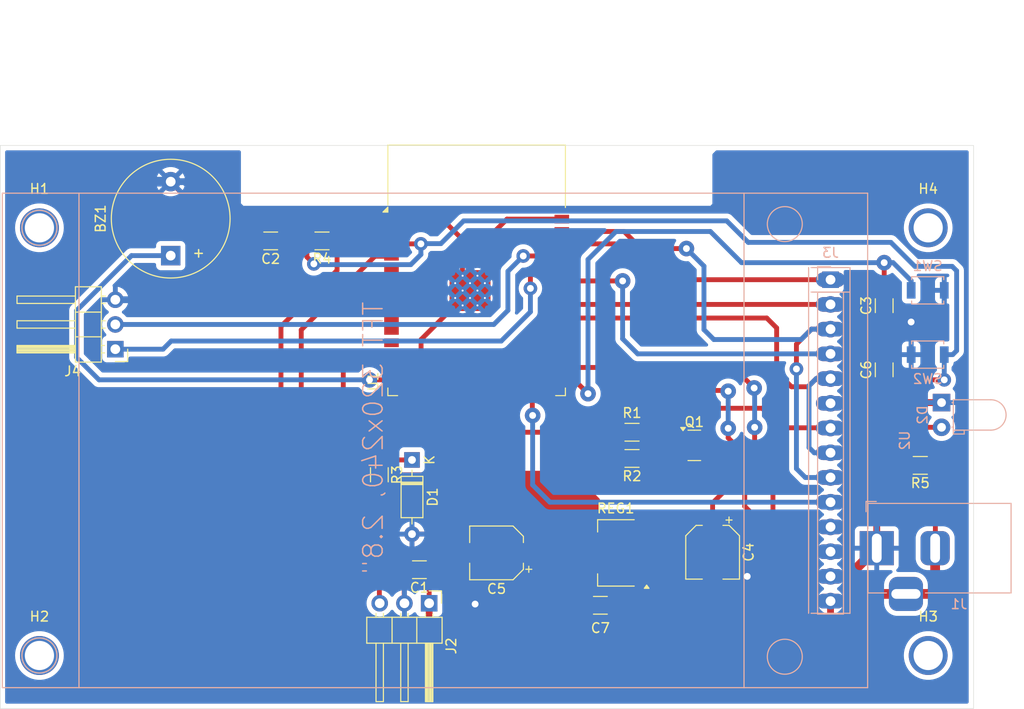
<source format=kicad_pcb>
(kicad_pcb (version 20240108) (generator "pcbnew") (generator_version "8.0")
  (layers (0 "F.Cu" signal) (31 "B.Cu" signal) (34 "B.Paste" user) (35 "F.Paste" user) (36 "B.SilkS" user "B.Silkscreen") (37 "F.SilkS" user "F.Silkscreen") (38 "B.Mask" user) (39 "F.Mask" user) (44 "Edge.Cuts" user))
  (net 0 "")
  (net 1 "/GPIO_12")
  (net 2 "GND")
  (net 3 "+5V")
  (net 4 "/GPIO_36")
  (net 5 "/GPIO_18")
  (net 6 "/GPIO_19")
  (net 7 "/GPIO_5")
  (net 8 "/GPIO_23")
  (net 9 "/GPIO_22")
  (net 10 "/GPIO_2")
  (net 11 "/GPIO_21")
  (net 12 "/GPIO_4")
  (net 13 "Net-(J2-Pin_3)")
  (net 14 "Net-(Q1-B)")
  (net 32 "/GPIO_0")
  (net 33 "+3.3V")
  (net 34 "/EN")
  (net 35 "Net-(D2-A)")
  (net 36 "Net-(J3-Pin_7)")
  (net 37 "/GPIO_27")
  (net 43 "/Tx")
  (net 48 "/Rx")
  (net 56 "Net-(Q1-E)")
  (footprint "MountingHole:MountingHole_3mm" (layer "F.Cu") (at 167.386 85.979)
    (property "Reference" "H3" (at 0 -4 0) (layer "F.SilkS"))
    (property "Value" "h3")
    (pad "" thru_hole circle (at 0 0) (size 4 4) (drill 3) (layers "*.Cu" "*.Mask"))
  )
  (footprint "Resistor_SMD:R_1206_3216Metric_Pad1.30x1.75mm_HandSolder" (layer "F.Cu") (at 166.5732 66.4464 180)
    (property "Reference" "R5" (at 0 -1.82 0) (layer "F.SilkS"))
    (property "Value" "2k")
    (pad "1" smd roundrect (at -1.55 0 180) (size 1.3 1.75) (layers "F.Cu" "F.Paste" "F.Mask") (roundrect_rratio 0.192308) (net 3 "+5V"))
    (pad "2" smd roundrect (at 1.55 0 180) (size 1.3 1.75) (layers "F.Cu" "F.Paste" "F.Mask") (roundrect_rratio 0.192308) (net 35 "Net-(D2-A)"))
  )
  (footprint "Resistor_SMD:R_1206_3216Metric_Pad1.30x1.75mm_HandSolder" (layer "F.Cu") (at 105.1052 43.3832 180)
    (property "Reference" "R4" (at 0 -1.82 0) (layer "F.SilkS"))
    (property "Value" "10k")
    (pad "1" smd roundrect (at -1.55 0 180) (size 1.3 1.75) (layers "F.Cu" "F.Paste" "F.Mask") (roundrect_rratio 0.192308) (net 33 "+3.3V"))
    (pad "2" smd roundrect (at 1.55 0 180) (size 1.3 1.75) (layers "F.Cu" "F.Paste" "F.Mask") (roundrect_rratio 0.192308) (net 34 "/EN"))
  )
  (footprint "MountingHole:MountingHole_3mm" (layer "F.Cu") (at 76.073 42.037)
    (property "Reference" "H1" (at 0 -4 0) (layer "F.SilkS"))
    (property "Value" "h1")
    (pad "" thru_hole circle (at 0 0) (size 4 4) (drill 3) (layers "*.Cu" "*.Mask"))
  )
  (footprint "Capacitor_SMD:CP_Elec_5x4.4" (layer "F.Cu") (at 123.0376 75.438 180)
    (property "Reference" "C5" (at 0 -3.7 0) (layer "F.SilkS"))
    (property "Value" "22u")
    (pad "1" smd roundrect (at -2.2 0 180) (size 3 1.6) (layers "F.Cu" "F.Paste" "F.Mask") (roundrect_rratio 0.15625) (net 33 "+3.3V"))
    (pad "2" smd roundrect (at 2.2 0 180) (size 3 1.6) (layers "F.Cu" "F.Paste" "F.Mask") (roundrect_rratio 0.15625) (net 2 "GND"))
  )
  (footprint "RF_Module:ESP32-WROOM-32" (layer "F.Cu") (at 120.9932 49.398)
    (property "Reference" "U1" (at -10.61 8.43 90) (layer "F.SilkS"))
    (property "Value" "ESP32-WROOM-32")
    (pad "1" smd rect (at -8.75 -8.25) (size 1.5 0.9) (layers "F.Cu" "F.Paste" "F.Mask") (net 2 "GND"))
    (pad "2" smd rect (at -8.75 -6.98) (size 1.5 0.9) (layers "F.Cu" "F.Paste" "F.Mask") (net 33 "+3.3V"))
    (pad "3" smd rect (at -8.75 -5.71) (size 1.5 0.9) (layers "F.Cu" "F.Paste" "F.Mask") (net 34 "/EN"))
    (pad "4" smd rect (at -8.75 -4.44) (size 1.5 0.9) (layers "F.Cu" "F.Paste" "F.Mask") (net 4 "/GPIO_36"))
    (pad "5" smd rect (at -8.75 -3.17) (size 1.5 0.9) (layers "F.Cu" "F.Paste" "F.Mask"))
    (pad "6" smd rect (at -8.75 -1.9) (size 1.5 0.9) (layers "F.Cu" "F.Paste" "F.Mask"))
    (pad "7" smd rect (at -8.75 -0.63) (size 1.5 0.9) (layers "F.Cu" "F.Paste" "F.Mask"))
    (pad "8" smd rect (at -8.75 0.64) (size 1.5 0.9) (layers "F.Cu" "F.Paste" "F.Mask"))
    (pad "9" smd rect (at -8.75 1.91) (size 1.5 0.9) (layers "F.Cu" "F.Paste" "F.Mask"))
    (pad "10" smd rect (at -8.75 3.18) (size 1.5 0.9) (layers "F.Cu" "F.Paste" "F.Mask"))
    (pad "11" smd rect (at -8.75 4.45) (size 1.5 0.9) (layers "F.Cu" "F.Paste" "F.Mask"))
    (pad "12" smd rect (at -8.75 5.72) (size 1.5 0.9) (layers "F.Cu" "F.Paste" "F.Mask") (net 37 "/GPIO_27"))
    (pad "13" smd rect (at -8.75 6.99) (size 1.5 0.9) (layers "F.Cu" "F.Paste" "F.Mask"))
    (pad "14" smd rect (at -8.75 8.26) (size 1.5 0.9) (layers "F.Cu" "F.Paste" "F.Mask") (net 1 "/GPIO_12"))
    (pad "15" smd rect (at -5.71 9.51 90) (size 1.5 0.9) (layers "F.Cu" "F.Paste" "F.Mask") (net 2 "GND"))
    (pad "16" smd rect (at -4.44 9.51 90) (size 1.5 0.9) (layers "F.Cu" "F.Paste" "F.Mask"))
    (pad "17" smd rect (at -3.17 9.51 90) (size 1.5 0.9) (layers "F.Cu" "F.Paste" "F.Mask"))
    (pad "18" smd rect (at -1.9 9.51 90) (size 1.5 0.9) (layers "F.Cu" "F.Paste" "F.Mask"))
    (pad "19" smd rect (at -0.63 9.51 90) (size 1.5 0.9) (layers "F.Cu" "F.Paste" "F.Mask"))
    (pad "20" smd rect (at 0.64 9.51 90) (size 1.5 0.9) (layers "F.Cu" "F.Paste" "F.Mask"))
    (pad "21" smd rect (at 1.91 9.51 90) (size 1.5 0.9) (layers "F.Cu" "F.Paste" "F.Mask"))
    (pad "22" smd rect (at 3.18 9.51 90) (size 1.5 0.9) (layers "F.Cu" "F.Paste" "F.Mask"))
    (pad "23" smd rect (at 4.45 9.51 90) (size 1.5 0.9) (layers "F.Cu" "F.Paste" "F.Mask"))
    (pad "24" smd rect (at 5.72 9.51 90) (size 1.5 0.9) (layers "F.Cu" "F.Paste" "F.Mask") (net 10 "/GPIO_2"))
    (pad "25" smd rect (at 8.75 8.26) (size 1.5 0.9) (layers "F.Cu" "F.Paste" "F.Mask") (net 32 "/GPIO_0"))
    (pad "26" smd rect (at 8.75 6.99) (size 1.5 0.9) (layers "F.Cu" "F.Paste" "F.Mask") (net 12 "/GPIO_4"))
    (pad "27" smd rect (at 8.75 5.72) (size 1.5 0.9) (layers "F.Cu" "F.Paste" "F.Mask"))
    (pad "28" smd rect (at 8.75 4.45) (size 1.5 0.9) (layers "F.Cu" "F.Paste" "F.Mask"))
    (pad "29" smd rect (at 8.75 3.18) (size 1.5 0.9) (layers "F.Cu" "F.Paste" "F.Mask") (net 7 "/GPIO_5"))
    (pad "30" smd rect (at 8.75 1.91) (size 1.5 0.9) (layers "F.Cu" "F.Paste" "F.Mask") (net 5 "/GPIO_18"))
    (pad "31" smd rect (at 8.75 0.64) (size 1.5 0.9) (layers "F.Cu" "F.Paste" "F.Mask") (net 6 "/GPIO_19"))
    (pad "32" smd rect (at 8.75 -0.63) (size 1.5 0.9) (layers "F.Cu" "F.Paste" "F.Mask"))
    (pad "33" smd rect (at 8.75 -1.9) (size 1.5 0.9) (layers "F.Cu" "F.Paste" "F.Mask") (net 11 "/GPIO_21"))
    (pad "34" smd rect (at 8.75 -3.17) (size 1.5 0.9) (layers "F.Cu" "F.Paste" "F.Mask") (net 48 "/Rx"))
    (pad "35" smd rect (at 8.75 -4.44) (size 1.5 0.9) (layers "F.Cu" "F.Paste" "F.Mask") (net 43 "/Tx"))
    (pad "36" smd rect (at 8.75 -5.71) (size 1.5 0.9) (layers "F.Cu" "F.Paste" "F.Mask") (net 9 "/GPIO_22"))
    (pad "37" smd rect (at 8.75 -6.98) (size 1.5 0.9) (layers "F.Cu" "F.Paste" "F.Mask") (net 8 "/GPIO_23"))
    (pad "38" smd rect (at 8.75 -8.25) (size 1.5 0.9) (layers "F.Cu" "F.Paste" "F.Mask") (net 2 "GND"))
    (pad "39" smd rect (at -2.205 -2.435) (size 1.05 1.05) (layers "F.Cu" "F.Paste") (net 2 "GND"))
    (pad "39" thru_hole circle (at -2.205 -1.6725) (size 0.6 0.6) (drill 0.2) (property pad_prop_heatsink) (layers "*.Cu" "F.Mask") (net 2 "GND"))
    (pad "39" smd rect (at -2.205 -0.91) (size 1.05 1.05) (layers "F.Cu" "F.Paste") (net 2 "GND"))
    (pad "39" thru_hole circle (at -2.205 -0.1475) (size 0.6 0.6) (drill 0.2) (property pad_prop_heatsink) (layers "*.Cu" "F.Mask") (net 2 "GND"))
    (pad "39" smd rect (at -2.205 0.615) (size 1.05 1.05) (layers "F.Cu" "F.Paste") (net 2 "GND"))
    (pad "39" thru_hole circle (at -1.4425 -2.435) (size 0.6 0.6) (drill 0.2) (property pad_prop_heatsink) (layers "*.Cu" "F.Mask") (net 2 "GND"))
    (pad "39" thru_hole circle (at -1.4425 -0.91) (size 0.6 0.6) (drill 0.2) (property pad_prop_heatsink) (layers "*.Cu" "F.Mask") (net 2 "GND"))
    (pad "39" thru_hole circle (at -1.4425 0.615) (size 0.6 0.6) (drill 0.2) (property pad_prop_heatsink) (layers "*.Cu" "F.Mask") (net 2 "GND"))
    (pad "39" smd rect (at -0.68 -2.435) (size 1.05 1.05) (layers "F.Cu" "F.Paste") (net 2 "GND"))
    (pad "39" thru_hole circle (at -0.68 -1.6725) (size 0.6 0.6) (drill 0.2) (property pad_prop_heatsink) (layers "*.Cu" "F.Mask") (net 2 "GND"))
    (pad "39" smd rect (at -0.68 -0.91) (size 1.05 1.05) (layers "F.Cu" "F.Paste") (net 2 "GND"))
    (pad "39" smd rect (at -0.68 -0.91) (size 4.2 4.2) (layers "F.Cu" "F.Mask") (net 2 "GND"))
    (pad "39" thru_hole circle (at -0.68 -0.1475) (size 0.6 0.6) (drill 0.2) (property pad_prop_heatsink) (layers "*.Cu" "F.Mask") (net 2 "GND"))
    (pad "39" smd rect (at -0.68 0.615) (size 1.05 1.05) (layers "F.Cu" "F.Paste") (net 2 "GND"))
    (pad "39" thru_hole circle (at 0.0825 -2.435) (size 0.6 0.6) (drill 0.2) (property pad_prop_heatsink) (layers "*.Cu" "F.Mask") (net 2 "GND"))
    (pad "39" thru_hole circle (at 0.0825 -0.91) (size 0.6 0.6) (drill 0.2) (property pad_prop_heatsink) (layers "*.Cu" "F.Mask") (net 2 "GND"))
    (pad "39" thru_hole circle (at 0.0825 0.615) (size 0.6 0.6) (drill 0.2) (property pad_prop_heatsink) (layers "*.Cu" "F.Mask") (net 2 "GND"))
    (pad "39" smd rect (at 0.845 -2.435) (size 1.05 1.05) (layers "F.Cu" "F.Paste") (net 2 "GND"))
    (pad "39" thru_hole circle (at 0.845 -1.6725) (size 0.6 0.6) (drill 0.2) (property pad_prop_heatsink) (layers "*.Cu" "F.Mask") (net 2 "GND"))
    (pad "39" smd rect (at 0.845 -0.91) (size 1.05 1.05) (layers "F.Cu" "F.Paste") (net 2 "GND"))
    (pad "39" thru_hole circle (at 0.845 -0.1475) (size 0.6 0.6) (drill 0.2) (property pad_prop_heatsink) (layers "*.Cu" "F.Mask") (net 2 "GND"))
    (pad "39" smd rect (at 0.845 0.615) (size 1.05 1.05) (layers "F.Cu" "F.Paste") (net 2 "GND"))
    (zone (net 0) (net_name "") (layers "F.Cu" "In1.Cu" "B.Cu") (connect_pads (clearance 0)) (min_thickness 0.254)
      (keepout (tracks not_allowed) (vias not_allowed) (pads not_allowed) (copperpour not_allowed) (footprints not_allowed))
      (fill (thermal_gap 0.508) (thermal_bridge_width 0.508))
      (polygon (pts (xy 96.9932 39.598) (xy 144.9932 39.598) (xy 144.9932 18.658) (xy 96.9932 18.658)))
    )
  )
  (footprint "MountingHole:MountingHole_3mm" (layer "F.Cu") (at 167.386 42.037)
    (property "Reference" "H4" (at 0 -4 0) (layer "F.SilkS"))
    (property "Value" "h4")
    (pad "" thru_hole circle (at 0 0) (size 4 4) (drill 3) (layers "*.Cu" "*.Mask"))
  )
  (footprint "Diode_THT:D_DO-35_SOD27_P7.62mm_Horizontal" (layer "F.Cu") (at 114.3508 65.8876 -90)
    (property "Reference" "D1" (at 3.81 -2.12 90) (layer "F.SilkS"))
    (property "Value" "3.3V")
    (fp_text user "K" (at 0 -1.8 90) (layer "F.SilkS"))
    (pad "1" thru_hole rect (at 0 0 270) (size 1.6 1.6) (drill 0.8) (layers "*.Cu" "*.Mask") (net 4 "/GPIO_36"))
    (pad "2" thru_hole oval (at 7.62 0 270) (size 1.6 1.6) (drill 0.8) (layers "*.Cu" "*.Mask") (net 2 "GND"))
  )
  (footprint "Buzzer_Beeper:Buzzer_12x9.5RM7.6" (layer "F.Cu") (at 89.5604 44.8972 90)
    (property "Reference" "BZ1" (at 3.8 -7.2 90) (layer "F.SilkS"))
    (property "Value" "Buzzer")
    (fp_text user "+" (at 0.234 2.794 90) (layer "F.SilkS"))
    (pad "1" thru_hole rect (at 0 0 90) (size 2 2) (drill 1) (layers "*.Cu" "*.Mask") (net 1 "/GPIO_12"))
    (pad "2" thru_hole circle (at 7.6 0 90) (size 2 2) (drill 1) (layers "*.Cu" "*.Mask") (net 2 "GND"))
  )
  (footprint "MountingHole:MountingHole_3mm" (layer "F.Cu") (at 76.073 85.979)
    (property "Reference" "H2" (at 0 -4 0) (layer "F.SilkS"))
    (property "Value" "h2")
    (pad "" thru_hole circle (at 0 0) (size 4 4) (drill 3) (layers "*.Cu" "*.Mask"))
  )
  (footprint "Capacitor_SMD:C_1206_3216Metric_Pad1.33x1.80mm_HandSolder" (layer "F.Cu") (at 162.8648 56.6297 90)
    (property "Reference" "C6" (at 0 -1.85 90) (layer "F.SilkS"))
    (property "Value" "100n")
    (pad "1" smd roundrect (at -1.5625 0 90) (size 1.325 1.8) (layers "F.Cu" "F.Paste" "F.Mask") (roundrect_rratio 0.188679) (net 2 "GND"))
    (pad "2" smd roundrect (at 1.5625 0 90) (size 1.325 1.8) (layers "F.Cu" "F.Paste" "F.Mask") (roundrect_rratio 0.188679) (net 34 "/EN"))
  )
  (footprint "Package_TO_SOT_SMD:SOT-223-3_TabPin2" (layer "F.Cu") (at 135.3312 75.438 180)
    (property "Reference" "REG1" (at 0.0508 4.572 0) (layer "F.SilkS"))
    (property "Value" "AMS1117-3.3")
    (pad "1" smd roundrect (at -3.15 -2.3 180) (size 2 1.5) (layers "F.Cu" "F.Paste" "F.Mask") (net 2 "GND"))
    (pad "2" smd roundrect (at -3.15 0 180) (size 2 1.5) (layers "F.Cu" "F.Paste" "F.Mask") (net 33 "+3.3V"))
    (pad "2" smd roundrect (at 3.15 0 180) (size 2 3.8) (layers "F.Cu" "F.Paste" "F.Mask") (net 33 "+3.3V"))
    (pad "3" smd roundrect (at -3.15 2.3 180) (size 2 1.5) (layers "F.Cu" "F.Paste" "F.Mask") (net 3 "+5V"))
  )
  (footprint "Resistor_SMD:R_1206_3216Metric_Pad1.30x1.75mm_HandSolder" (layer "F.Cu") (at 136.9568 63.0428 180)
    (property "Reference" "R1" (at 0 1.9812 0) (layer "F.SilkS"))
    (property "Value" "10k")
    (pad "1" smd roundrect (at -1.55 0 180) (size 1.3 1.75) (layers "F.Cu" "F.Paste" "F.Mask") (roundrect_rratio 0.192308) (net 14 "Net-(Q1-B)"))
    (pad "2" smd roundrect (at 1.55 0 180) (size 1.3 1.75) (layers "F.Cu" "F.Paste" "F.Mask") (roundrect_rratio 0.192308) (net 37 "/GPIO_27"))
  )
  (footprint "Resistor_SMD:R_1206_3216Metric_Pad1.30x1.75mm_HandSolder" (layer "F.Cu") (at 136.9568 65.7352 180)
    (property "Reference" "R2" (at 0 -1.82 0) (layer "F.SilkS"))
    (property "Value" "47")
    (pad "1" smd roundrect (at -1.55 0 180) (size 1.3 1.75) (layers "F.Cu" "F.Paste" "F.Mask") (roundrect_rratio 0.192308) (net 56 "Net-(Q1-E)"))
    (pad "2" smd roundrect (at 1.55 0 180) (size 1.3 1.75) (layers "F.Cu" "F.Paste" "F.Mask") (roundrect_rratio 0.192308) (net 36 "Net-(J3-Pin_7)"))
  )
  (footprint "Resistor_SMD:R_1206_3216Metric_Pad1.30x1.75mm_HandSolder" (layer "F.Cu") (at 110.998 67.4116 -90)
    (property "Reference" "R3" (at 0 -1.82 -90) (layer "F.SilkS"))
    (property "Value" "1k2")
    (pad "1" smd roundrect (at -1.55 0 270) (size 1.3 1.75) (layers "F.Cu" "F.Paste" "F.Mask") (roundrect_rratio 0.192308) (net 4 "/GPIO_36"))
    (pad "2" smd roundrect (at 1.55 0 270) (size 1.3 1.75) (layers "F.Cu" "F.Paste" "F.Mask") (roundrect_rratio 0.192308) (net 13 "Net-(J2-Pin_3)"))
  )
  (footprint "Capacitor_SMD:C_1206_3216Metric_Pad1.33x1.80mm_HandSolder" (layer "F.Cu") (at 115.1128 77.1652 180)
    (property "Reference" "C1" (at 0 -1.85 0) (layer "F.SilkS"))
    (property "Value" "100nF")
    (pad "1" smd roundrect (at -1.5625 0 180) (size 1.325 1.8) (layers "F.Cu" "F.Paste" "F.Mask") (roundrect_rratio 0.188679) (net 3 "+5V"))
    (pad "2" smd roundrect (at 1.5625 0 180) (size 1.325 1.8) (layers "F.Cu" "F.Paste" "F.Mask") (roundrect_rratio 0.188679) (net 2 "GND"))
  )
  (footprint "Connector_PinHeader_2.54mm:PinHeader_1x03_P2.54mm_Horizontal" (layer "F.Cu") (at 83.8708 54.5084 180)
    (property "Reference" "J4" (at 4.385 -2.27 360) (layer "F.SilkS"))
    (property "Value" "Prog")
    (pad "1" thru_hole rect (at 0 0 180) (size 1.7 1.7) (drill 1) (layers "*.Cu" "*.Mask") (net 48 "/Rx"))
    (pad "2" thru_hole oval (at 0 2.54 180) (size 1.7 1.7) (drill 1) (layers "*.Cu" "*.Mask") (net 43 "/Tx"))
    (pad "3" thru_hole oval (at 0 5.08 180) (size 1.7 1.7) (drill 1) (layers "*.Cu" "*.Mask") (net 2 "GND"))
  )
  (footprint "Capacitor_SMD:C_1206_3216Metric_Pad1.33x1.80mm_HandSolder" (layer "F.Cu") (at 99.8343 43.3832 180)
    (property "Reference" "C2" (at 0 -1.85 0) (layer "F.SilkS"))
    (property "Value" "100n")
    (pad "1" smd roundrect (at -1.5625 0 180) (size 1.325 1.8) (layers "F.Cu" "F.Paste" "F.Mask") (roundrect_rratio 0.188679) (net 34 "/EN"))
    (pad "2" smd roundrect (at 1.5625 0 180) (size 1.325 1.8) (layers "F.Cu" "F.Paste" "F.Mask") (roundrect_rratio 0.188679) (net 2 "GND"))
  )
  (footprint "Capacitor_SMD:C_1206_3216Metric_Pad1.33x1.80mm_HandSolder" (layer "F.Cu") (at 162.8648 50.038 90)
    (property "Reference" "C3" (at 0 -1.85 90) (layer "F.SilkS"))
    (property "Value" "100n")
    (pad "1" smd roundrect (at -1.5625 0 90) (size 1.325 1.8) (layers "F.Cu" "F.Paste" "F.Mask") (roundrect_rratio 0.188679) (net 2 "GND"))
    (pad "2" smd roundrect (at 1.5625 0 90) (size 1.325 1.8) (layers "F.Cu" "F.Paste" "F.Mask") (roundrect_rratio 0.188679) (net 32 "/GPIO_0"))
  )
  (footprint "Capacitor_SMD:C_1206_3216Metric_Pad1.33x1.80mm_HandSolder" (layer "F.Cu") (at 133.7056 80.8228)
    (property "Reference" "C7" (at 0 2.3368 0) (layer "F.SilkS"))
    (property "Value" "100n")
    (pad "1" smd roundrect (at -1.5625 0) (size 1.325 1.8) (layers "F.Cu" "F.Paste" "F.Mask") (roundrect_rratio 0.188679) (net 33 "+3.3V"))
    (pad "2" smd roundrect (at 1.5625 0) (size 1.325 1.8) (layers "F.Cu" "F.Paste" "F.Mask") (roundrect_rratio 0.188679) (net 2 "GND"))
  )
  (footprint "Capacitor_SMD:CP_Elec_5x4.4" (layer "F.Cu") (at 145.2372 75.3716 -90)
    (property "Reference" "C4" (at 0 -3.7 90) (layer "F.SilkS"))
    (property "Value" "22u")
    (pad "1" smd roundrect (at -2.2 0 270) (size 3 1.6) (layers "F.Cu" "F.Paste" "F.Mask") (roundrect_rratio 0.15625) (net 3 "+5V"))
    (pad "2" smd roundrect (at 2.2 0 270) (size 3 1.6) (layers "F.Cu" "F.Paste" "F.Mask") (roundrect_rratio 0.15625) (net 2 "GND"))
  )
  (footprint "Package_TO_SOT_SMD:SOT-23" (layer "F.Cu") (at 143.3576 64.389)
    (property "Reference" "Q1" (at 0 -2.4 0) (layer "F.SilkS"))
    (property "Value" "BC807")
    (pad "1" smd roundrect (at -0.9375 -0.95) (size 1.475 0.6) (layers "F.Cu" "F.Paste" "F.Mask") (net 14 "Net-(Q1-B)"))
    (pad "2" smd roundrect (at -0.9375 0.95) (size 1.475 0.6) (layers "F.Cu" "F.Paste" "F.Mask") (net 56 "Net-(Q1-E)"))
    (pad "3" smd roundrect (at 0.9375 0) (size 1.475 0.6) (layers "F.Cu" "F.Paste" "F.Mask") (net 3 "+5V"))
  )
  (footprint "Connector_PinHeader_2.54mm:PinHeader_1x03_P2.54mm_Horizontal" (layer "F.Cu") (at 116.1138 80.6134 -90)
    (property "Reference" "J2" (at 4.385 -2.27 90) (layer "F.SilkS"))
    (property "Value" "Hall_Sensor")
    (pad "1" thru_hole rect (at 0 0 270) (size 1.7 1.7) (drill 1) (layers "*.Cu" "*.Mask") (net 3 "+5V"))
    (pad "2" thru_hole oval (at 0 2.54 270) (size 1.7 1.7) (drill 1) (layers "*.Cu" "*.Mask") (net 2 "GND"))
    (pad "3" thru_hole oval (at 0 5.08 270) (size 1.7 1.7) (drill 1) (layers "*.Cu" "*.Mask") (net 13 "Net-(J2-Pin_3)"))
  )
  (footprint "Button_Switch_SMD:SW_SPST_B3U-1000P" (layer "B.Cu") (at 167.3352 55.0672)
    (property "Reference" "SW2" (at 0 2.5 0) (layer "B.SilkS") (effects (justify mirror)))
    (property "Value" "SW_Push")
    (pad "1" smd rect (at -1.7 0) (size 0.9 1.7) (layers "B.Cu" "B.Paste" "B.Mask") (net 2 "GND"))
    (pad "2" smd rect (at 1.7 0) (size 0.9 1.7) (layers "B.Cu" "B.Paste" "B.Mask") (net 34 "/EN"))
  )
  (footprint "LED_THT:LED_D3.0mm_Horizontal_O1.27mm_Z2.0mm" (layer "B.Cu") (at 168.7576 59.9948 -90)
    (property "Reference" "D2" (at 1.27 1.96 90) (layer "B.SilkS") (effects (justify mirror)))
    (property "Value" "Red")
    (pad "1" thru_hole rect (at 0 0 270) (size 1.8 1.8) (drill 0.9) (layers "*.Cu" "*.Mask") (net 2 "GND"))
    (pad "2" thru_hole circle (at 2.54 0 270) (size 1.8 1.8) (drill 0.9) (layers "*.Cu" "*.Mask") (net 35 "Net-(D2-A)"))
  )
  (footprint "Connector_BarrelJack:BarrelJack_Horizontal" (layer "B.Cu") (at 162.1 74.9544 180)
    (property "Reference" "J1" (at -8.45 -5.75 0) (layer "B.SilkS") (effects (justify mirror)))
    (property "Value" "DC")
    (pad "1" thru_hole rect (at 0 0 180) (size 3.5 3.5) (drill oval 1 3) (layers "*.Cu" "*.Mask") (net 2 "GND"))
    (pad "2" thru_hole roundrect (at -6 0 180) (size 3 3.5) (drill oval 1 3) (layers "*.Cu" "*.Mask") (net 3 "+5V"))
    (pad "3" thru_hole roundrect (at -3 -4.7 180) (size 3.5 3.5) (drill oval 3 1) (layers "*.Cu" "*.Mask") (net 3 "+5V"))
  )
  (footprint "Button_Switch_SMD:SW_SPST_B3U-1000P" (layer "B.Cu") (at 167.3352 48.4632 180)
    (property "Reference" "SW1" (at 0 2.5 0) (layer "B.SilkS") (effects (justify mirror)))
    (property "Value" "SW_Push")
    (pad "1" smd rect (at -1.7 0 180) (size 0.9 1.7) (layers "B.Cu" "B.Paste" "B.Mask") (net 2 "GND"))
    (pad "2" smd rect (at 1.7 0 180) (size 0.9 1.7) (layers "B.Cu" "B.Paste" "B.Mask") (net 32 "/GPIO_0"))
  )
  (footprint "miscelaneo_licho:TFT-320x240_ILI9341_TOUCH" (layer "B.Cu") (at 157.353 63.881 -90)
    (property "Reference" "U2" (at 0 -7.62 90) (layer "B.SilkS") (effects (justify mirror)))
    (property "Value" "ILI9341")
    (fp_text user "TFT 320x240, 2.8\"" (at -0.254 46.99 90) (layer "B.SilkS") (effects (font (size 2 2)) (justify mirror)))
    (pad "1" thru_hole oval (at -16.51 0 270) (size 1.5 3) (drill 0.8) (layers "*.Cu" "*.Mask"))
    (pad "2" thru_hole oval (at -13.97 0 270) (size 1.5 3) (drill 0.8) (layers "*.Cu" "*.Mask"))
    (pad "3" thru_hole oval (at -11.43 0 270) (size 1.5 3) (drill 0.8) (layers "*.Cu" "*.Mask"))
    (pad "4" thru_hole oval (at -8.89 0 270) (size 1.5 3) (drill 0.8) (layers "*.Cu" "*.Mask"))
    (pad "5" thru_hole oval (at -6.35 0 270) (size 1.5 3) (drill 0.8) (layers "*.Cu" "*.Mask"))
    (pad "6" thru_hole oval (at -3.81 0 270) (size 1.5 3) (drill 0.8) (layers "*.Cu" "*.Mask"))
    (pad "7" thru_hole oval (at -1.27 0 270) (size 1.5 3) (drill 0.8) (layers "*.Cu" "*.Mask"))
    (pad "8" thru_hole oval (at 1.27 0 270) (size 1.5 3) (drill 0.8) (layers "*.Cu" "*.Mask"))
    (pad "9" thru_hole oval (at 3.81 0 270) (size 1.5 3) (drill 0.8) (layers "*.Cu" "*.Mask"))
    (pad "10" thru_hole oval (at 6.35 0 270) (size 1.5 3) (drill 0.8) (layers "*.Cu" "*.Mask"))
    (pad "11" thru_hole oval (at 8.89 0 270) (size 1.5 3) (drill 0.8) (layers "*.Cu" "*.Mask"))
    (pad "12" thru_hole oval (at 11.43 0 270) (size 1.5 3) (drill 0.8) (layers "*.Cu" "*.Mask"))
    (pad "13" thru_hole oval (at 13.97 0 270) (size 1.5 3) (drill 0.8) (layers "*.Cu" "*.Mask"))
    (pad "14" thru_hole oval (at 16.51 0 270) (size 1.5 3) (drill 0.8) (layers "*.Cu" "*.Mask"))
  )
  (footprint "Connector_PinSocket_2.54mm:PinSocket_1x14_P2.54mm_Vertical" (layer "B.Cu") (at 157.353 47.371 180)
    (property "Reference" "J3" (at 0 2.77 0) (layer "B.SilkS") (effects (justify mirror)))
    (property "Value" "Display")
    (pad "1" thru_hole rect (at 0 0 180) (size 1.7 1.7) (drill 1) (layers "*.Cu" "*.Mask") (net 9 "/GPIO_22"))
    (pad "2" thru_hole oval (at 0 -2.54 180) (size 1.7 1.7) (drill 1) (layers "*.Cu" "*.Mask") (net 6 "/GPIO_19"))
    (pad "3" thru_hole oval (at 0 -5.08 180) (size 1.7 1.7) (drill 1) (layers "*.Cu" "*.Mask") (net 8 "/GPIO_23"))
    (pad "4" thru_hole oval (at 0 -7.62 180) (size 1.7 1.7) (drill 1) (layers "*.Cu" "*.Mask") (net 11 "/GPIO_21"))
    (pad "5" thru_hole oval (at 0 -10.16 180) (size 1.7 1.7) (drill 1) (layers "*.Cu" "*.Mask") (net 5 "/GPIO_18"))
    (pad "6" thru_hole oval (at 0 -12.7 180) (size 1.7 1.7) (drill 1) (layers "*.Cu" "*.Mask") (net 6 "/GPIO_19"))
    (pad "7" thru_hole oval (at 0 -15.24 180) (size 1.7 1.7) (drill 1) (layers "*.Cu" "*.Mask") (net 36 "Net-(J3-Pin_7)"))
    (pad "8" thru_hole oval (at 0 -17.78 180) (size 1.7 1.7) (drill 1) (layers "*.Cu" "*.Mask") (net 5 "/GPIO_18"))
    (pad "9" thru_hole oval (at 0 -20.32 180) (size 1.7 1.7) (drill 1) (layers "*.Cu" "*.Mask") (net 8 "/GPIO_23"))
    (pad "10" thru_hole oval (at 0 -22.86 180) (size 1.7 1.7) (drill 1) (layers "*.Cu" "*.Mask") (net 10 "/GPIO_2"))
    (pad "11" thru_hole oval (at 0 -25.4 180) (size 1.7 1.7) (drill 1) (layers "*.Cu" "*.Mask") (net 12 "/GPIO_4"))
    (pad "12" thru_hole oval (at 0 -27.94 180) (size 1.7 1.7) (drill 1) (layers "*.Cu" "*.Mask") (net 7 "/GPIO_5"))
    (pad "13" thru_hole oval (at 0 -30.48 180) (size 1.7 1.7) (drill 1) (layers "*.Cu" "*.Mask") (net 2 "GND"))
    (pad "14" thru_hole oval (at 0 -33.02 180) (size 1.7 1.7) (drill 1) (layers "*.Cu" "*.Mask") (net 3 "+5V"))
  )
  (gr_rect (start 72.047 33.5788) (end 172.047 91.43) (stroke (width 0.05)) (fill none) (layer "Edge.Cuts"))
  (segment (start 112.2432 57.658) (end 109.982 57.658) (width 0.5) (layer "F.Cu") (net 1))
  (via (at 109.982 57.658) (size 1.6) (drill 0.7) (layers "F.Cu" "B.Cu") (net 1))
  (segment (start 85.5318 44.8972) (end 89.5604 44.8972) (width 0.5) (layer "B.Cu") (net 1))
  (segment (start 79.883 50.546) (end 85.5318 44.8972) (width 0.5) (layer "B.Cu") (net 1))
  (segment (start 109.982 57.658) (end 82.1944 57.658) (width 0.5) (layer "B.Cu") (net 1))
  (segment (start 82.1944 57.658) (end 79.883 55.3466) (width 0.5) (layer "B.Cu") (net 1))
  (segment (start 79.883 55.3466) (end 79.883 50.546) (width 0.5) (layer "B.Cu") (net 1))
  (segment (start 165.4048 59.182) (end 165.4048 59.9948) (width 0.5) (layer "F.Cu") (net 2))
  (segment (start 145.2372 77.5716) (end 145.5166 77.851) (width 1) (layer "F.Cu") (net 2))
  (segment (start 114.3508 73.5076) (end 114.3508 74.8792) (width 0.5) (layer "F.Cu") (net 2))
  (segment (start 120.396 73.5076) (end 120.8532 73.9648) (width 0.5) (layer "F.Cu") (net 2))
  (segment (start 89.5604 37.338) (end 95.6056 43.3832) (width 0.5) (layer "F.Cu") (net 2))
  (segment (start 98.2718 43.3832) (end 98.2718 41.9362) (width 0.5) (layer "F.Cu") (net 2))
  (segment (start 115.2832 53.518) (end 118.7882 50.013) (width 0.5) (layer "F.Cu") (net 2))
  (segment (start 161.1376 57.658) (end 161.6718 58.1922) (width 0.5) (layer "F.Cu") (net 2))
  (segment (start 89.5604 37.2972) (end 89.5604 37.338) (width 0.5) (layer "F.Cu") (net 2))
  (segment (start 114.3508 73.5076) (end 120.396 73.5076) (width 0.5) (layer "F.Cu") (net 2))
  (segment (start 120.8376 75.438) (end 120.8376 80.6958) (width 1) (layer "F.Cu") (net 2))
  (segment (start 119.5324 46.9447) (end 119.5507 46.963) (width 0.5) (layer "F.Cu") (net 2))
  (segment (start 165.4048 59.9948) (end 162.1 63.2996) (width 0.7) (layer "F.Cu") (net 2))
  (segment (start 161.7341 51.6005) (end 161.1376 52.197) (width 0.5) (layer "F.Cu") (net 2))
  (segment (start 115.2832 58.908) (end 115.2832 53.518) (width 0.5) (layer "F.Cu") (net 2))
  (segment (start 141.6672 77.738) (end 141.8336 77.5716) (width 1) (layer "F.Cu") (net 2))
  (segment (start 113.5503 77.1652) (end 113.5503 80.5899) (width 0.5) (layer "F.Cu") (net 2))
  (segment (start 121.8382 47.7255) (end 121.8382 43.4142) (width 0.5) (layer "F.Cu") (net 2))
  (segment (start 165.6334 51.7144) (end 165.5195 51.6005) (width 0.5) (layer "F.Cu") (net 2))
  (segment (start 113.5503 75.6797) (end 113.5503 77.1652) (width 0.5) (layer "F.Cu") (net 2))
  (segment (start 114.3508 74.8792) (end 113.5503 75.6797) (width 0.5) (layer "F.Cu") (net 2))
  (segment (start 165.5195 51.6005) (end 162.8648 51.6005) (width 0.5) (layer "F.Cu") (net 2))
  (segment (start 99.06 41.148) (end 112.2432 41.148) (width 0.5) (layer "F.Cu") (net 2))
  (segment (start 113.5503 80.5899) (end 113.5738 80.6134) (width 0.5) (layer "F.Cu") (net 2))
  (segment (start 117.4496 41.148) (end 119.5324 43.2308) (width 0.5) (layer "F.Cu") (net 2))
  (segment (start 146.6342 77.5716) (end 145.2372 77.5716) (width 1) (layer "F.Cu") (net 2))
  (segment (start 148.7932 77.851) (end 146.9136 77.851) (width 1) (layer "F.Cu") (net 2))
  (segment (start 168.7576 59.9948) (end 165.4048 59.9948) (width 0.7) (layer "F.Cu") (net 2))
  (segment (start 135.2681 80.8228) (end 136.9568 80.8228) (width 0.7) (layer "F.Cu") (net 2))
  (segment (start 164.415 58.1922) (end 165.4048 59.182) (width 0.5) (layer "F.Cu") (net 2))
  (segment (start 162.1 63.2996) (end 162.1 74.9544) (width 0.7) (layer "F.Cu") (net 2))
  (segment (start 136.9568 80.8228) (end 138.4812 79.2984) (width 0.7) (layer "F.Cu") (net 2))
  (segment (start 119.5324 43.2308) (end 119.5324 46.9447) (width 0.5) (layer "F.Cu") (net 2))
  (segment (start 141.8336 77.5716) (end 145.2372 77.5716) (width 1) (layer "F.Cu") (net 2))
  (segment (start 159.1818 77.851) (end 157.353 77.851) (width 1) (layer "F.Cu") (net 2))
  (segment (start 162.0784 74.9544) (end 159.1818 77.851) (width 1) (layer "F.Cu") (net 2))
  (segment (start 120.8532 73.9648) (end 120.8376 73.9804) (width 0.5) (layer "F.Cu") (net 2))
  (segment (start 112.2432 41.148) (end 117.4496 41.148) (width 0.5) (layer "F.Cu") (net 2))
  (segment (start 121.8382 43.4142) (end 124.1044 41.148) (width 0.5) (layer "F.Cu") (net 2))
  (segment (start 124.1044 41.148) (end 129.7432 41.148) (width 0.5) (layer "F.Cu") (net 2))
  (segment (start 98.2718 41.9362) (end 99.06 41.148) (width 0.5) (layer "F.Cu") (net 2))
  (segment (start 138.4812 77.738) (end 138.532 77.6872) (width 0.5) (layer "F.Cu") (net 2))
  (segment (start 162.1 74.9544) (end 162.0784 74.9544) (width 1) (layer "F.Cu") (net 2))
  (segment (start 161.1376 52.197) (end 161.1376 57.658) (width 0.5) (layer "F.Cu") (net 2))
  (segment (start 162.8648 51.6005) (end 161.7341 51.6005) (width 0.5) (layer "F.Cu") (net 2))
  (segment (start 95.6056 43.3832) (end 98.2718 43.3832) (width 0.5) (layer "F.Cu") (net 2))
  (segment (start 146.9136 77.851) (end 146.6342 77.5716) (width 1) (layer "F.Cu") (net 2))
  (segment (start 138.4812 79.2984) (end 138.4812 77.738) (width 0.7) (layer "F.Cu") (net 2))
  (segment (start 138.4812 77.738) (end 141.6672 77.738) (width 1) (layer "F.Cu") (net 2))
  (segment (start 120.8376 73.9804) (end 120.8376 75.438) (width 0.5) (layer "F.Cu") (net 2))
  (segment (start 161.6718 58.1922) (end 162.8648 58.1922) (width 0.5) (layer "F.Cu") (net 2))
  (segment (start 162.8648 58.1922) (end 164.415 58.1922) (width 0.5) (layer "F.Cu") (net 2))
  (via (at 148.7932 77.851) (size 1.6) (drill 0.7) (layers "F.Cu" "B.Cu") (net 2))
  (via (at 165.6334 51.7144) (size 1.4) (drill 0.7) (layers "F.Cu" "B.Cu") (net 2))
  (via (at 120.8376 80.6958) (size 1.6) (drill 0.7) (layers "F.Cu" "B.Cu") (net 2))
  (segment (start 89.7636 49.4284) (end 83.8708 49.4284) (width 0.7) (layer "B.Cu") (net 2))
  (segment (start 77.2414 48.387) (end 77.2414 68.6562) (width 1) (layer "B.Cu") (net 2))
  (segment (start 148.7932 83.9724) (end 143.9672 88.7984) (width 1) (layer "B.Cu") (net 2))
  (segment (start 92.3544 46.8376) (end 89.7636 49.4284) (width 0.7) (layer "B.Cu") (net 2))
  (segment (start 148.7932 77.851) (end 157.353 77.851) (width 1) (layer "B.Cu") (net 2))
  (segment (start 89.5604 37.2972) (end 86.3754 37.2972) (width 1) (layer "B.Cu") (net 2))
  (segment (start 167.3352 51.7144) (end 165.6334 51.7144) (width 0.5) (layer "B.Cu") (net 2))
  (segment (start 120.8376 88.7124) (end 120.7516 88.7984) (width 1) (layer "B.Cu") (net 2))
  (segment (start 89.5604 37.2972) (end 90.9928 37.2972) (width 0.7) (layer "B.Cu") (net 2))
  (segment (start 165.6334 55.0654) (end 165.6352 55.0672) (width 0.5) (layer "B.Cu") (net 2))
  (segment (start 169.0352 48.4632) (end 169.0352 50.0144) (width 0.5) (layer "B.Cu") (net 2))
  (segment (start 169.0352 50.0144) (end 167.3352 51.7144) (width 0.5) (layer "B.Cu") (net 2))
  (segment (start 165.6334 51.7144) (end 165.6334 55.0654) (width 0.5) (layer "B.Cu") (net 2))
  (segment (start 143.9672 88.7984) (end 120.7516 88.7984) (width 1) (layer "B.Cu") (net 2))
  (segment (start 148.7932 77.851) (end 148.7932 83.9724) (width 1) (layer "B.Cu") (net 2))
  (segment (start 97.3836 88.7984) (end 120.7516 88.7984) (width 1) (layer "B.Cu") (net 2))
  (segment (start 92.3544 38.6588) (end 92.3544 46.8376) (width 0.7) (layer "B.Cu") (net 2))
  (segment (start 77.2414 68.6562) (end 97.3836 88.7984) (width 1) (layer "B.Cu") (net 2))
  (segment (start 83.2612 42.3672) (end 77.2414 48.387) (width 1) (layer "B.Cu") (net 2))
  (segment (start 86.3754 37.2972) (end 83.2612 40.4114) (width 1) (layer "B.Cu") (net 2))
  (segment (start 90.9928 37.2972) (end 92.3544 38.6588) (width 0.7) (layer "B.Cu") (net 2))
  (segment (start 83.2612 40.4114) (end 83.2612 42.3672) (width 1) (layer "B.Cu") (net 2))
  (segment (start 120.8376 80.6958) (end 120.8376 88.7124) (width 1) (layer "B.Cu") (net 2))
  (segment (start 144.2951 64.389) (end 145.669 64.389) (width 0.5) (layer "F.Cu") (net 3))
  (segment (start 116.6753 77.1652) (end 116.6753 78.5237) (width 0.5) (layer "F.Cu") (net 3))
  (segment (start 168.1 74.9544) (end 168.1 79.0928) (width 1) (layer "F.Cu") (net 3))
  (segment (start 168.1232 66.4464) (end 168.1232 74.9312) (width 0.5) (layer "F.Cu") (net 3))
  (segment (start 118.2624 88.773) (end 152.8318 88.773) (width 0.7) (layer "F.Cu") (net 3))
  (segment (start 145.669 64.389) (end 146.6088 65.3288) (width 0.5) (layer "F.Cu") (net 3))
  (segment (start 145.2372 70.3072) (end 145.2372 73.1716) (width 0.5) (layer "F.Cu") (net 3))
  (segment (start 145.2372 73.1716) (end 138.5148 73.1716) (width 0.8) (layer "F.Cu") (net 3))
  (segment (start 168.1232 74.9312) (end 168.1 74.9544) (width 0.5) (layer "F.Cu") (net 3))
  (segment (start 167.5384 79.6544) (end 165.1 79.6544) (width 1) (layer "F.Cu") (net 3))
  (segment (start 116.6753 78.5237) (end 116.1138 79.0852) (width 0.5) (layer "F.Cu") (net 3))
  (segment (start 116.1138 79.0852) (end 116.1138 80.6134) (width 0.5) (layer "F.Cu") (net 3))
  (segment (start 162.306 79.6544) (end 165.1 79.6544) (width 1) (layer "F.Cu") (net 3))
  (segment (start 157.353 84.2518) (end 157.353 80.391) (width 0.7) (layer "F.Cu") (net 3))
  (segment (start 138.5148 73.1716) (end 138.4812 73.138) (width 0.7) (layer "F.Cu") (net 3))
  (segment (start 157.353 80.391) (end 155.1178 80.391) (width 0.8) (layer "F.Cu") (net 3))
  (segment (start 152.8318 88.773) (end 157.353 84.2518) (width 0.7) (layer "F.Cu") (net 3))
  (segment (start 147.8984 73.1716) (end 145.2372 73.1716) (width 0.8) (layer "F.Cu") (net 3))
  (segment (start 161.5694 80.391) (end 162.306 79.6544) (width 1) (layer "F.Cu") (net 3))
  (segment (start 116.1138 86.6244) (end 118.2624 88.773) (width 0.7) (layer "F.Cu") (net 3))
  (segment (start 155.1178 80.391) (end 147.8984 73.1716) (width 0.8) (layer "F.Cu") (net 3))
  (segment (start 116.1138 80.6134) (end 116.1138 86.6244) (width 0.7) (layer "F.Cu") (net 3))
  (segment (start 146.6088 65.3288) (end 146.6088 68.9356) (width 0.5) (layer "F.Cu") (net 3))
  (segment (start 157.353 80.391) (end 161.5694 80.391) (width 1) (layer "F.Cu") (net 3))
  (segment (start 168.1 79.0928) (end 167.5384 79.6544) (width 1) (layer "F.Cu") (net 3))
  (segment (start 146.6088 68.9356) (end 145.2372 70.3072) (width 0.5) (layer "F.Cu") (net 3))
  (segment (start 114.3508 65.8876) (end 111.024 65.8876) (width 0.5) (layer "F.Cu") (net 4))
  (segment (start 110.998 65.8616) (end 108.5336 65.8616) (width 0.5) (layer "F.Cu") (net 4))
  (segment (start 111.024 65.8876) (end 110.998 65.8616) (width 0.5) (layer "F.Cu") (net 4))
  (segment (start 102.9716 52.5272) (end 110.5408 44.958) (width 0.5) (layer "F.Cu") (net 4))
  (segment (start 108.5336 65.8616) (end 102.9716 60.2996) (width 0.5) (layer "F.Cu") (net 4))
  (segment (start 110.5408 44.958) (end 112.2432 44.958) (width 0.5) (layer "F.Cu") (net 4))
  (segment (start 102.9716 60.2996) (end 102.9716 52.5272) (width 0.5) (layer "F.Cu") (net 4))
  (segment (start 155.0416 58.3692) (end 153.3398 58.3692) (width 0.5) (layer "F.Cu") (net 5))
  (segment (start 157.353 57.531) (end 155.8798 57.531) (width 0.5) (layer "F.Cu") (net 5))
  (segment (start 151.8158 52.324) (end 150.7998 51.308) (width 0.5) (layer "F.Cu") (net 5))
  (segment (start 153.3398 58.3692) (end 151.8158 56.8452) (width 0.5) (layer "F.Cu") (net 5))
  (segment (start 151.8158 56.8452) (end 151.8158 52.324) (width 0.5) (layer "F.Cu") (net 5))
  (segment (start 150.7998 51.308) (end 129.7432 51.308) (width 0.5) (layer "F.Cu") (net 5))
  (segment (start 155.8798 57.531) (end 155.0416 58.3692) (width 0.5) (layer "F.Cu") (net 5))
  (segment (start 155.1432 58.2676) (end 155.8798 57.531) (width 0.5) (layer "B.Cu") (net 5))
  (segment (start 155.8798 57.531) (end 157.353 57.531) (width 0.5) (layer "B.Cu") (net 5))
  (segment (start 157.353 65.151) (end 155.6766 65.151) (width 0.5) (layer "B.Cu") (net 5))
  (segment (start 155.6766 65.151) (end 155.1432 64.6176) (width 0.5) (layer "B.Cu") (net 5))
  (segment (start 155.1432 64.6176) (end 155.1432 58.2676) (width 0.5) (layer "B.Cu") (net 5))
  (segment (start 157.353 60.071) (end 159.4358 60.071) (width 0.5) (layer "F.Cu") (net 6))
  (segment (start 129.7432 50.038) (end 130.7338 50.038) (width 0.5) (layer "F.Cu") (net 6))
  (segment (start 159.4358 60.071) (end 160.02 59.4868) (width 0.5) (layer "F.Cu") (net 6))
  (segment (start 160.02 50.4952) (end 159.4358 49.911) (width 0.5) (layer "F.Cu") (net 6))
  (segment (start 159.4358 49.911) (end 157.353 49.911) (width 0.5) (layer "F.Cu") (net 6))
  (segment (start 130.8608 49.911) (end 157.353 49.911) (width 0.5) (layer "F.Cu") (net 6))
  (segment (start 130.7338 50.038) (end 130.8608 49.911) (width 0.5) (layer "F.Cu") (net 6))
  (segment (start 160.02 59.4868) (end 160.02 50.4952) (width 0.5) (layer "F.Cu") (net 6))
  (segment (start 127.8636 58.166) (end 127.8636 53.2076) (width 0.5) (layer "F.Cu") (net 7))
  (segment (start 128.4932 52.578) (end 129.7432 52.578) (width 0.5) (layer "F.Cu") (net 7))
  (segment (start 148.5392 70.6628) (end 153.1874 75.311) (width 0.5) (layer "F.Cu") (net 7))
  (segment (start 146.8374 62.6364) (end 146.8374 63.627) (width 0.5) (layer "F.Cu") (net 7))
  (segment (start 130.683 60.9854) (end 127.8636 58.166) (width 0.5) (layer "F.Cu") (net 7))
  (segment (start 148.5392 65.3288) (end 148.5392 70.6628) (width 0.5) (layer "F.Cu") (net 7))
  (segment (start 146.8374 58.8264) (end 146.7612 58.7502) (width 0.5) (layer "F.Cu") (net 7))
  (segment (start 146.7612 58.7502) (end 135.8392 58.7502) (width 0.5) (layer "F.Cu") (net 7))
  (segment (start 133.604 60.9854) (end 130.683 60.9854) (width 0.5) (layer "F.Cu") (net 7))
  (segment (start 146.8374 63.627) (end 148.5392 65.3288) (width 0.5) (layer "F.Cu") (net 7))
  (segment (start 127.8636 53.2076) (end 128.4932 52.578) (width 0.5) (layer "F.Cu") (net 7))
  (segment (start 153.1874 75.311) (end 157.353 75.311) (width 0.5) (layer "F.Cu") (net 7))
  (segment (start 135.8392 58.7502) (end 133.604 60.9854) (width 0.5) (layer "F.Cu") (net 7))
  (via (at 146.8374 62.6364) (size 1.6) (drill 0.7) (layers "F.Cu" "B.Cu") (net 7))
  (via (at 146.8374 58.8264) (size 1.6) (drill 0.7) (layers "F.Cu" "B.Cu") (net 7))
  (segment (start 146.8374 58.8264) (end 146.8374 62.6364) (width 0.5) (layer "B.Cu") (net 7))
  (segment (start 153.8478 54.0004) (end 155.3972 52.451) (width 0.5) (layer "F.Cu") (net 8))
  (segment (start 142.5448 44.1706) (end 137.8966 44.1706) (width 0.5) (layer "F.Cu") (net 8))
  (segment (start 137.8966 44.1706) (end 136.144 42.418) (width 0.5) (layer "F.Cu") (net 8))
  (segment (start 136.144 42.418) (end 129.7432 42.418) (width 0.5) (layer "F.Cu") (net 8))
  (segment (start 155.3972 52.451) (end 157.353 52.451) (width 0.5) (layer "F.Cu") (net 8))
  (segment (start 153.8478 56.5404) (end 153.8478 54.0004) (width 0.5) (layer "F.Cu") (net 8))
  (via (at 153.8478 56.5404) (size 1.4) (drill 0.7) (layers "F.Cu" "B.Cu") (net 8))
  (via (at 142.5448 44.1706) (size 1.6) (drill 0.7) (layers "F.Cu" "B.Cu") (net 8))
  (segment (start 153.8478 56.5404) (end 153.8478 66.7766) (width 0.5) (layer "B.Cu") (net 8))
  (segment (start 144.3482 52.5018) (end 145.3642 53.5178) (width 0.5) (layer "B.Cu") (net 8))
  (segment (start 142.5448 44.1706) (end 144.3482 45.974) (width 0.5) (layer "B.Cu") (net 8))
  (segment (start 154.3304 53.5178) (end 155.3972 52.451) (width 0.5) (layer "B.Cu") (net 8))
  (segment (start 154.7622 67.691) (end 157.353 67.691) (width 0.5) (layer "B.Cu") (net 8))
  (segment (start 144.3482 45.974) (end 144.3482 52.5018) (width 0.5) (layer "B.Cu") (net 8))
  (segment (start 153.8478 66.7766) (end 154.7622 67.691) (width 0.5) (layer "B.Cu") (net 8))
  (segment (start 145.3642 53.5178) (end 154.3304 53.5178) (width 0.5) (layer "B.Cu") (net 8))
  (segment (start 155.3972 52.451) (end 157.353 52.451) (width 0.5) (layer "B.Cu") (net 8))
  (segment (start 135.1788 43.688) (end 129.7432 43.688) (width 0.5) (layer "F.Cu") (net 9))
  (segment (start 157.353 47.371) (end 138.8618 47.371) (width 0.5) (layer "F.Cu") (net 9))
  (segment (start 138.8618 47.371) (end 135.1788 43.688) (width 0.5) (layer "F.Cu") (net 9))
  (segment (start 126.7132 58.908) (end 126.7132 61.2828) (width 0.5) (layer "F.Cu") (net 10))
  (segment (start 126.7132 61.2828) (end 126.746 61.3156) (width 0.5) (layer "F.Cu") (net 10))
  (via (at 126.746 61.3156) (size 1.6) (drill 0.7) (layers "F.Cu" "B.Cu") (net 10))
  (segment (start 128.524 70.231) (end 126.746 68.453) (width 0.5) (layer "B.Cu") (net 10))
  (segment (start 126.746 68.453) (end 126.746 61.3156) (width 0.5) (layer "B.Cu") (net 10))
  (segment (start 157.353 70.231) (end 128.524 70.231) (width 0.5) (layer "B.Cu") (net 10))
  (segment (start 135.9916 47.498) (end 129.7432 47.498) (width 0.5) (layer "F.Cu") (net 11))
  (via (at 135.9916 47.498) (size 1.6) (drill 0.7) (layers "F.Cu" "B.Cu") (net 11))
  (segment (start 137.541 54.991) (end 135.9916 53.4416) (width 0.5) (layer "B.Cu") (net 11))
  (segment (start 135.9916 53.4416) (end 135.9916 47.498) (width 0.5) (layer "B.Cu") (net 11))
  (segment (start 157.353 54.991) (end 137.541 54.991) (width 0.5) (layer "B.Cu") (net 11))
  (segment (start 151.4348 71.7296) (end 152.4762 72.771) (width 0.5) (layer "F.Cu") (net 12))
  (segment (start 149.5552 62.5348) (end 149.5552 64.2874) (width 0.5) (layer "F.Cu") (net 12))
  (segment (start 151.4348 66.167) (end 151.4348 71.7296) (width 0.5) (layer "F.Cu") (net 12))
  (segment (start 149.5552 64.2874) (end 151.4348 66.167) (width 0.5) (layer "F.Cu") (net 12))
  (segment (start 152.4762 72.771) (end 157.353 72.771) (width 0.5) (layer "F.Cu") (net 12))
  (segment (start 149.5044 58.4962) (end 147.3962 56.388) (width 0.5) (layer "F.Cu") (net 12))
  (segment (start 147.3962 56.388) (end 129.7432 56.388) (width 0.5) (layer "F.Cu") (net 12))
  (via (at 149.5552 62.5348) (size 1.6) (drill 0.7) (layers "F.Cu" "B.Cu") (net 12))
  (via (at 149.5044 58.4962) (size 1.6) (drill 0.7) (layers "F.Cu" "B.Cu") (net 12))
  (segment (start 149.5552 58.547) (end 149.5552 62.5348) (width 0.5) (layer "B.Cu") (net 12))
  (segment (start 149.5044 58.4962) (end 149.5552 58.547) (width 0.5) (layer "B.Cu") (net 12))
  (segment (start 110.998 80.5776) (end 111.0338 80.6134) (width 0.5) (layer "F.Cu") (net 13))
  (segment (start 110.998 68.9616) (end 110.998 80.5776) (width 0.5) (layer "F.Cu") (net 13))
  (segment (start 140.462 63.0428) (end 138.5068 63.0428) (width 0.5) (layer "F.Cu") (net 14))
  (segment (start 142.4201 63.439) (end 140.8582 63.439) (width 0.5) (layer "F.Cu") (net 14))
  (segment (start 140.8582 63.439) (end 140.462 63.0428) (width 0.5) (layer "F.Cu") (net 14))
  (segment (start 131.0132 57.658) (end 129.7432 57.658) (width 0.5) (layer "F.Cu") (net 32))
  (segment (start 132.4356 59.0804) (end 131.0132 57.658) (width 0.5) (layer "F.Cu") (net 32))
  (segment (start 162.8648 45.6184) (end 162.8648 48.4755) (width 0.5) (layer "F.Cu") (net 32))
  (via (at 132.4356 59.0804) (size 1.6) (drill 0.7) (layers "F.Cu" "B.Cu") (net 32))
  (via (at 162.8648 45.6184) (size 1.6) (drill 0.7) (layers "F.Cu" "B.Cu") (net 32))
  (segment (start 145.0086 42.418) (end 148.209 45.6184) (width 0.5) (layer "B.Cu") (net 32))
  (segment (start 148.209 45.6184) (end 162.8648 45.6184) (width 0.5) (layer "B.Cu") (net 32))
  (segment (start 163.7792 45.6184) (end 165.6352 47.4744) (width 0.5) (layer "B.Cu") (net 32))
  (segment (start 165.6352 47.4744) (end 165.6352 48.4632) (width 0.5) (layer "B.Cu") (net 32))
  (segment (start 135.3058 42.418) (end 145.0086 42.418) (width 0.5) (layer "B.Cu") (net 32))
  (segment (start 162.8648 45.6184) (end 163.7792 45.6184) (width 0.5) (layer "B.Cu") (net 32))
  (segment (start 132.4356 45.2882) (end 135.3058 42.418) (width 0.5) (layer "B.Cu") (net 32))
  (segment (start 132.4356 59.0804) (end 132.4356 45.2882) (width 0.5) (layer "B.Cu") (net 32))
  (segment (start 109.4994 42.418) (end 112.2432 42.418) (width 0.5) (layer "F.Cu") (net 33))
  (segment (start 132.1812 75.438) (end 132.1812 69.24) (width 0.5) (layer "F.Cu") (net 33))
  (segment (start 132.1431 80.8228) (end 132.1431 75.4761) (width 0.5) (layer "F.Cu") (net 33))
  (segment (start 108.5342 43.3832) (end 109.4994 42.418) (width 0.5) (layer "F.Cu") (net 33))
  (segment (start 132.1431 75.4761) (end 132.1812 75.438) (width 0.5) (layer "F.Cu") (net 33))
  (segment (start 130.3528 67.4116) (end 107.2388 67.4116) (width 0.5) (layer "F.Cu") (net 33))
  (segment (start 106.6552 46.4052) (end 106.6552 43.3832) (width 0.5) (layer "F.Cu") (net 33))
  (segment (start 107.2388 67.4116) (end 100.8888 61.0616) (width 0.5) (layer "F.Cu") (net 33))
  (segment (start 132.1812 69.24) (end 130.3528 67.4116) (width 0.5) (layer "F.Cu") (net 33))
  (segment (start 100.8888 52.1716) (end 106.6552 46.4052) (width 0.5) (layer "F.Cu") (net 33))
  (segment (start 100.8888 61.0616) (end 100.8888 52.1716) (width 0.5) (layer "F.Cu") (net 33))
  (segment (start 106.6552 43.3832) (end 108.5342 43.3832) (width 0.5) (layer "F.Cu") (net 33))
  (segment (start 125.2376 75.438) (end 132.1812 75.438) (width 0.5) (layer "F.Cu") (net 33))
  (segment (start 132.1812 75.438) (end 138.4812 75.438) (width 0.5) (layer "F.Cu") (net 33))
  (segment (start 104.267 45.7454) (end 103.5558 45.0342) (width 0.5) (layer "F.Cu") (net 34))
  (segment (start 163.1442 55.0672) (end 162.8648 55.0672) (width 0.5) (layer "F.Cu") (net 34))
  (segment (start 103.5558 45.0342) (end 103.5558 43.3838) (width 0.5) (layer "F.Cu") (net 34))
  (segment (start 165.735 57.658) (end 163.1442 55.0672) (width 0.5) (layer "F.Cu") (net 34))
  (segment (start 103.5558 43.3838) (end 103.5552 43.3832) (width 0.5) (layer "F.Cu") (net 34))
  (segment (start 101.3968 43.3832) (end 103.5552 43.3832) (width 0.5) (layer "F.Cu") (net 34))
  (segment (start 112.2432 43.688) (end 115.2652 43.688) (width 0.5) (layer "F.Cu") (net 34))
  (segment (start 169.037 57.658) (end 165.735 57.658) (width 0.5) (layer "F.Cu") (net 34))
  (via (at 104.267 45.7454) (size 1.4) (drill 0.7) (layers "F.Cu" "B.Cu") (net 34))
  (via (at 169.037 57.658) (size 1.4) (drill 0.7) (layers "F.Cu" "B.Cu") (net 34))
  (via (at 115.2652 43.688) (size 1.4) (drill 0.7) (layers "F.Cu" "B.Cu") (net 34))
  (segment (start 166.0144 45.9994) (end 169.8498 45.9994) (width 0.5) (layer "B.Cu") (net 34))
  (segment (start 146.685 41.3258) (end 148.8948 43.5356) (width 0.5) (layer "B.Cu") (net 34))
  (segment (start 104.267 45.7454) (end 104.3178 45.7962) (width 0.5) (layer "B.Cu") (net 34))
  (segment (start 163.5506 43.5356) (end 166.0144 45.9994) (width 0.5) (layer "B.Cu") (net 34))
  (segment (start 115.2906 43.6626) (end 117.3226 43.6626) (width 0.5) (layer "B.Cu") (net 34))
  (segment (start 170.307 46.4566) (end 170.307 54.6608) (width 0.5) (layer "B.Cu") (net 34))
  (segment (start 169.0352 57.6562) (end 169.0352 55.0672) (width 0.5) (layer "B.Cu") (net 34))
  (segment (start 169.8498 45.9994) (end 170.307 46.4566) (width 0.5) (layer "B.Cu") (net 34))
  (segment (start 114.2238 45.8216) (end 115.2652 44.7802) (width 0.5) (layer "B.Cu") (net 34))
  (segment (start 170.307 54.6608) (end 169.9006 55.0672) (width 0.5) (layer "B.Cu") (net 34))
  (segment (start 104.3178 45.8216) (end 114.2238 45.8216) (width 0.5) (layer "B.Cu") (net 34))
  (segment (start 119.6594 41.3258) (end 146.685 41.3258) (width 0.5) (layer "B.Cu") (net 34))
  (segment (start 104.3178 45.7962) (end 104.3178 45.8216) (width 0.5) (layer "B.Cu") (net 34))
  (segment (start 169.037 57.658) (end 169.0352 57.6562) (width 0.5) (layer "B.Cu") (net 34))
  (segment (start 169.9006 55.0672) (end 169.0352 55.0672) (width 0.5) (layer "B.Cu") (net 34))
  (segment (start 115.2652 44.7802) (end 115.2652 43.688) (width 0.5) (layer "B.Cu") (net 34))
  (segment (start 115.2652 43.688) (end 115.2906 43.6626) (width 0.5) (layer "B.Cu") (net 34))
  (segment (start 117.3226 43.6626) (end 119.6594 41.3258) (width 0.5) (layer "B.Cu") (net 34))
  (segment (start 148.8948 43.5356) (end 163.5506 43.5356) (width 0.5) (layer "B.Cu") (net 34))
  (segment (start 165.7604 62.5348) (end 165.0232 63.272) (width 0.5) (layer "F.Cu") (net 35))
  (segment (start 165.0232 63.272) (end 165.0232 66.4464) (width 0.5) (layer "F.Cu") (net 35))
  (segment (start 168.7576 62.5348) (end 165.7604 62.5348) (width 0.5) (layer "F.Cu") (net 35))
  (segment (start 152.3492 62.5856) (end 157.3276 62.5856) (width 0.5) (layer "F.Cu") (net 36))
  (segment (start 157.3276 62.5856) (end 157.353 62.611) (width 0.5) (layer "F.Cu") (net 36))
  (segment (start 136.2964 65.7352) (end 136.906 65.1256) (width 0.5) (layer "F.Cu") (net 36))
  (segment (start 150.3426 60.579) (end 152.3492 62.5856) (width 0.5) (layer "F.Cu") (net 36))
  (segment (start 136.906 61.5188) (end 137.8458 60.579) (width 0.5) (layer "F.Cu") (net 36))
  (segment (start 135.4068 65.7352) (end 136.2964 65.7352) (width 0.5) (layer "F.Cu") (net 36))
  (segment (start 137.8458 60.579) (end 150.3426 60.579) (width 0.5) (layer "F.Cu") (net 36))
  (segment (start 136.906 65.1256) (end 136.906 61.5188) (width 0.5) (layer "F.Cu") (net 36))
  (segment (start 107.2896 60.7568) (end 107.2896 56.3118) (width 0.5) (layer "F.Cu") (net 37))
  (segment (start 107.2896 56.3118) (end 108.4834 55.118) (width 0.5) (layer "F.Cu") (net 37))
  (segment (start 109.5756 63.0428) (end 107.2896 60.7568) (width 0.5) (layer "F.Cu") (net 37))
  (segment (start 108.4834 55.118) (end 112.2432 55.118) (width 0.5) (layer "F.Cu") (net 37))
  (segment (start 135.4068 63.0428) (end 109.5756 63.0428) (width 0.5) (layer "F.Cu") (net 37))
  (segment (start 129.7178 44.9326) (end 129.7432 44.958) (width 0.5) (layer "F.Cu") (net 43))
  (segment (start 125.7808 44.9326) (end 129.7178 44.9326) (width 0.5) (layer "F.Cu") (net 43))
  (via (at 125.7808 44.9326) (size 1.4) (drill 0.7) (layers "F.Cu" "B.Cu") (net 43))
  (segment (start 122.7582 51.9684) (end 124.206 50.5206) (width 0.5) (layer "B.Cu") (net 43))
  (segment (start 124.206 46.5074) (end 125.7808 44.9326) (width 0.5) (layer "B.Cu") (net 43))
  (segment (start 124.206 50.5206) (end 124.206 46.5074) (width 0.5) (layer "B.Cu") (net 43))
  (segment (start 83.8708 51.9684) (end 122.7582 51.9684) (width 0.5) (layer "B.Cu") (net 43))
  (segment (start 126.5174 46.8884) (end 127.1778 46.228) (width 0.5) (layer "F.Cu") (net 48))
  (segment (start 126.5174 48.26) (end 126.5174 46.8884) (width 0.5) (layer "F.Cu") (net 48))
  (segment (start 127.1778 46.228) (end 129.7432 46.228) (width 0.5) (layer "F.Cu") (net 48))
  (via (at 126.5174 48.26) (size 1.4) (drill 0.7) (layers "F.Cu" "B.Cu") (net 48))
  (segment (start 89.6112 53.6702) (end 88.773 54.5084) (width 0.5) (layer "B.Cu") (net 48))
  (segment (start 126.5174 48.26) (end 126.5174 50.673) (width 0.5) (layer "B.Cu") (net 48))
  (segment (start 88.773 54.5084) (end 83.8708 54.5084) (width 0.5) (layer "B.Cu") (net 48))
  (segment (start 126.5174 50.673) (end 123.5202 53.6702) (width 0.5) (layer "B.Cu") (net 48))
  (segment (start 123.5202 53.6702) (end 89.6112 53.6702) (width 0.5) (layer "B.Cu") (net 48))
  (segment (start 140.9598 65.339) (end 142.4201 65.339) (width 0.5) (layer "F.Cu") (net 56))
  (segment (start 138.5068 65.7352) (end 140.5636 65.7352) (width 0.5) (layer "F.Cu") (net 56))
  (segment (start 140.5636 65.7352) (end 140.9598 65.339) (width 0.5) (layer "F.Cu") (net 56))
  (zone (net 33) (net_name "+3.3V") (layer "F.Cu") (connect_pads yes (clearance 0.5)) (min_thickness 0.4) (fill yes (thermal_gap 0.5) (thermal_bridge_width 0.5))
    (polygon (pts (xy 123.7488 85.3948) (xy 124.714 86.36) (xy 131.9784 86.36) (xy 132.7912 85.5472) (xy 132.7912 79.502) (xy 133.6548 78.6384) (xy 133.6548 69.9008) (xy 132.7912 69.0372) (xy 130.7592 67.0052) (xy 124.3584 67.0052) (xy 123.7488 67.6148)))
  )
  (zone (net 2) (net_name "GND") (layer "B.Cu") (priority 1) (connect_pads (clearance 0.5)) (min_thickness 0.35) (fill yes (thermal_gap 0.5) (thermal_bridge_width 0.5))
    (polygon (pts (xy 72.0598 33.5788) (xy 72.0598 91.4146) (xy 172.0342 91.4146) (xy 172.0342 33.5788) (xy 146.1008 33.5788) (xy 145.2118 34.4678) (xy 145.2118 39.5732) (xy 145.0086 39.7764) (xy 97.028 39.7764) (xy 96.774 39.5224) (xy 96.774 33.5788)))
  )
)
</source>
